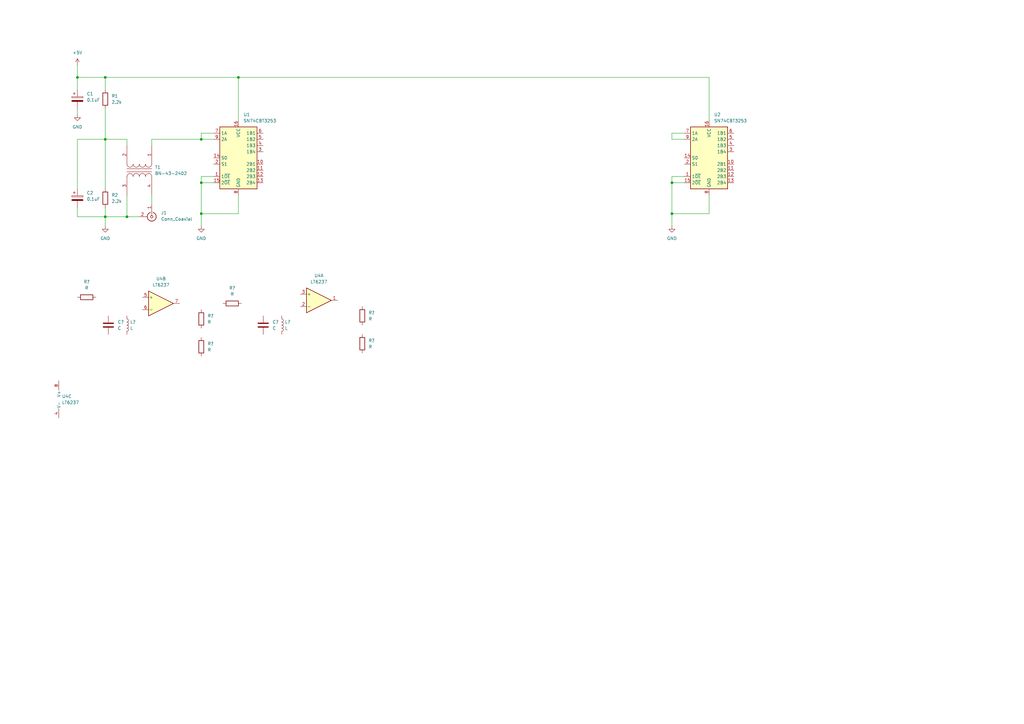
<source format=kicad_sch>
(kicad_sch (version 20211123) (generator eeschema)
  (paper "A3")
  (lib_symbols
    (symbol "Amplifier_Operational:LT6237" (pin_names (offset 0.127))
      (property "Reference" "U" (at 0 5.08 0))
      (property "Value" "LT6237" (at 0 -5.08 0))
      (symbol "LT6237_1_1"
        (polyline (pts (xy -5.08 5.08) (xy 5.08 0) (xy -5.08 -5.08) (xy -5.08 5.08)) (stroke (width 0.254)) (fill (type background)))
        (pin output line (at 7.62 0 180) (length 2.54) (name "~") (number "1"))
        (pin input line (at -7.62 -2.54 0) (length 2.54) (name "-") (number "2"))
        (pin input line (at -7.62 2.54 0) (length 2.54) (name "+") (number "3"))
      )
      (symbol "LT6237_2_1"
        (polyline (pts (xy -5.08 5.08) (xy 5.08 0) (xy -5.08 -5.08) (xy -5.08 5.08)) (stroke (width 0.254)) (fill (type background)))
        (pin input line (at -7.62 2.54 0) (length 2.54) (name "+") (number "5"))
        (pin input line (at -7.62 -2.54 0) (length 2.54) (name "-") (number "6"))
        (pin output line (at 7.62 0 180) (length 2.54) (name "~") (number "7"))
      )
      (symbol "LT6237_3_1"
        (pin power_in line (at -2.54 -7.62 90) (length 3.81) (name "V-") (number "4"))
        (pin power_in line (at -2.54 7.62 270) (length 3.81) (name "V+") (number "8"))
      )
    )
    (symbol "Analog_Switch:SN74CBT3253"
      (property "Reference" "U" (at -7.62 13.97 0))
      (property "Value" "SN74CBT3253" (at -11.43 -13.97 0))
      (symbol "SN74CBT3253_0_1"
        (rectangle (start -7.62 12.7) (end 7.62 -12.7) (stroke (width 0.254)) (fill (type background)))
        (rectangle (start 7.62 -12.7) (end 7.62 -12.7))
      )
      (symbol "SN74CBT3253_1_1"
        (pin input line (at -10.16 -7.62 0) (length 2.54) (name "1~{OE}") (number "1"))
        (pin bidirectional line (at 10.16 -2.54 180) (length 2.54) (name "2B1") (number "10"))
        (pin bidirectional line (at 10.16 -5.08 180) (length 2.54) (name "2B2") (number "11"))
        (pin bidirectional line (at 10.16 -7.62 180) (length 2.54) (name "2B3") (number "12"))
        (pin bidirectional line (at 10.16 -10.16 180) (length 2.54) (name "2B4") (number "13"))
        (pin input line (at -10.16 0 0) (length 2.54) (name "S0") (number "14"))
        (pin input line (at -10.16 -10.16 0) (length 2.54) (name "2~{OE}") (number "15"))
        (pin power_in line (at 0 15.24 270) (length 2.54) (name "VCC") (number "16"))
        (pin input line (at -10.16 -2.54 0) (length 2.54) (name "S1") (number "2"))
        (pin bidirectional line (at 10.16 2.54 180) (length 2.54) (name "1B4") (number "3"))
        (pin bidirectional line (at 10.16 5.08 180) (length 2.54) (name "1B3") (number "4"))
        (pin bidirectional line (at 10.16 7.62 180) (length 2.54) (name "1B2") (number "5"))
        (pin bidirectional line (at 10.16 10.16 180) (length 2.54) (name "1B1") (number "6"))
        (pin bidirectional line (at -10.16 10.16 0) (length 2.54) (name "1A") (number "7"))
        (pin power_in line (at 0 -15.24 90) (length 2.54) (name "GND") (number "8"))
        (pin bidirectional line (at -10.16 7.62 0) (length 2.54) (name "2A") (number "9"))
      )
    )
    (symbol "Connector:Conn_Coaxial" (pin_names (offset 1.016) hide)
      (property "Reference" "J" (at 0.254 3.048 0))
      (property "Value" "Conn_Coaxial" (at 2.921 0 90))
      (symbol "Conn_Coaxial_0_1"
        (arc (start -1.778 -0.508) (mid 0.2311 -1.8066) (end 1.778 0) (stroke (width 0.254)))
        (polyline (pts (xy -2.54 0) (xy -0.508 0)))
        (polyline (pts (xy 0 -2.54) (xy 0 -1.778)))
        (circle (center 0 0) (radius 0.508) (stroke (width 0.2032)))
        (arc (start 1.778 0) (mid 0.2099 1.8101) (end -1.778 0.508) (stroke (width 0.254)))
      )
      (symbol "Conn_Coaxial_1_1"
        (pin passive line (at -5.08 0 0) (length 2.54) (name "In") (number "1"))
        (pin passive line (at 0 -5.08 90) (length 2.54) (name "Ext") (number "2"))
      )
    )
    (symbol "Device:C" (pin_numbers hide) (pin_names (offset 0.254))
      (property "Reference" "C" (at 0.635 2.54 0))
      (property "Value" "C" (at 0.635 -2.54 0))
      (symbol "C_0_1"
        (polyline (pts (xy -2.032 -0.762) (xy 2.032 -0.762)) (stroke (width 0.508)))
        (polyline (pts (xy -2.032 0.762) (xy 2.032 0.762)) (stroke (width 0.508)))
      )
      (symbol "C_1_1"
        (pin passive line (at 0 3.81 270) (length 2.794) (name "~") (number "1"))
        (pin passive line (at 0 -3.81 90) (length 2.794) (name "~") (number "2"))
      )
    )
    (symbol "Device:C_Polarized" (pin_numbers hide) (pin_names (offset 0.254))
      (property "Reference" "C" (at 0.635 2.54 0))
      (property "Value" "C_Polarized" (at 0.635 -2.54 0))
      (symbol "C_Polarized_0_1"
        (rectangle (start -2.286 0.508) (end 2.286 1.016))
        (polyline (pts (xy -1.778 2.286) (xy -0.762 2.286)))
        (polyline (pts (xy -1.27 2.794) (xy -1.27 1.778)))
        (rectangle (start 2.286 -0.508) (end -2.286 -1.016) (fill (type outline)))
      )
      (symbol "C_Polarized_1_1"
        (pin passive line (at 0 3.81 270) (length 2.794) (name "~") (number "1"))
        (pin passive line (at 0 -3.81 90) (length 2.794) (name "~") (number "2"))
      )
    )
    (symbol "Device:L" (pin_numbers hide) (pin_names (offset 1.016) hide)
      (property "Reference" "L" (at -1.27 0 90))
      (property "Value" "L" (at 1.905 0 90))
      (symbol "L_0_1"
        (arc (start 0 -2.54) (mid 0.635 -1.905) (end 0 -1.27))
        (arc (start 0 -1.27) (mid 0.635 -0.635) (end 0 0))
        (arc (start 0 0) (mid 0.635 0.635) (end 0 1.27))
        (arc (start 0 1.27) (mid 0.635 1.905) (end 0 2.54))
      )
      (symbol "L_1_1"
        (pin passive line (at 0 3.81 270) (length 1.27) (name "1") (number "1"))
        (pin passive line (at 0 -3.81 90) (length 1.27) (name "2") (number "2"))
      )
    )
    (symbol "Device:R" (pin_numbers hide) (pin_names (offset 0))
      (property "Reference" "R" (at 2.032 0 90))
      (property "Value" "R" (at 0 0 90))
      (symbol "R_0_1"
        (rectangle (start -1.016 -2.54) (end 1.016 2.54) (stroke (width 0.254)))
      )
      (symbol "R_1_1"
        (pin passive line (at 0 3.81 270) (length 1.27) (name "~") (number "1"))
        (pin passive line (at 0 -3.81 90) (length 1.27) (name "~") (number "2"))
      )
    )
    (symbol "Device:Transformer_1P_1S" (pin_names (offset 1.016) hide)
      (property "Reference" "T" (at 0 6.35 0))
      (property "Value" "Transformer_1P_1S" (at 0 -7.62 0))
      (symbol "Transformer_1P_1S_0_1"
        (arc (start -2.54 -5.0546) (mid -1.6599 -4.6901) (end -1.27 -3.81))
        (arc (start -2.54 -2.5146) (mid -1.6599 -2.1501) (end -1.27 -1.27))
        (arc (start -2.54 0.0254) (mid -1.6599 0.3899) (end -1.27 1.27))
        (arc (start -2.54 2.5654) (mid -1.6599 2.9299) (end -1.27 3.81))
        (arc (start -1.27 -3.81) (mid -1.642 -2.912) (end -2.54 -2.54))
        (arc (start -1.27 -1.27) (mid -1.642 -0.372) (end -2.54 0))
        (arc (start -1.27 1.27) (mid -1.642 2.168) (end -2.54 2.54))
        (arc (start -1.27 3.81) (mid -1.642 4.708) (end -2.54 5.08))
        (polyline (pts (xy -0.635 5.08) (xy -0.635 -5.08)))
        (polyline (pts (xy 0.635 -5.08) (xy 0.635 5.08)))
        (arc (start 1.2954 -1.27) (mid 1.6599 -2.1501) (end 2.54 -2.5146))
        (arc (start 1.2954 1.27) (mid 1.6599 0.3899) (end 2.54 0.0254))
        (arc (start 1.2954 3.81) (mid 1.6599 2.9299) (end 2.54 2.5654))
        (arc (start 1.3208 -3.81) (mid 1.6853 -4.6901) (end 2.5654 -5.0546))
        (arc (start 2.54 0) (mid 1.642 -0.372) (end 1.2954 -1.27))
        (arc (start 2.54 2.54) (mid 1.642 2.168) (end 1.2954 1.27))
        (arc (start 2.54 5.08) (mid 1.642 4.708) (end 1.2954 3.81))
        (arc (start 2.5654 -2.54) (mid 1.6674 -2.912) (end 1.3208 -3.81))
      )
      (symbol "Transformer_1P_1S_1_1"
        (pin passive line (at -10.16 5.08 0) (length 7.62) (name "AA") (number "1"))
        (pin passive line (at -10.16 -5.08 0) (length 7.62) (name "AB") (number "2"))
        (pin passive line (at 10.16 -5.08 180) (length 7.62) (name "SA") (number "3"))
        (pin passive line (at 10.16 5.08 180) (length 7.62) (name "SB") (number "4"))
      )
    )
    (symbol "power:+5V" (power) (pin_names (offset 0))
      (property "Value" "+5V" (at 0 3.556 0))
      (symbol "+5V_0_1"
        (polyline (pts (xy -0.762 1.27) (xy 0 2.54)))
        (polyline (pts (xy 0 0) (xy 0 2.54)))
        (polyline (pts (xy 0 2.54) (xy 0.762 1.27)))
      )
      (symbol "+5V_1_1"
        (pin power_in line (at 0 0 90) (length 0) hide (name "+5V") (number "1"))
      )
    )
    (symbol "power:GND" (power) (pin_names (offset 0))
      (property "Value" "GND" (at 0 -3.81 0))
      (symbol "GND_0_1"
        (polyline (pts (xy 0 0) (xy 0 -1.27) (xy 1.27 -1.27) (xy 0 -2.54) (xy -1.27 -1.27) (xy 0 -1.27)))
      )
      (symbol "GND_1_1"
        (pin power_in line (at 0 0 270) (length 0) hide (name "GND") (number "1"))
      )
    )
  )
  (junction (at 43.18 88.9))
  (junction (at 275.59 87.63))
  (junction (at 43.18 57.15))
  (junction (at 275.59 74.93))
  (junction (at 97.79 31.75))
  (junction (at 43.18 31.75))
  (junction (at 82.55 87.63))
  (junction (at 82.55 57.15))
  (junction (at 52.07 88.9))
  (junction (at 82.55 74.93))
  (junction (at 31.75 31.75))
  (wire (pts (xy 82.55 87.63) (xy 82.55 92.71)))
  (wire (pts (xy 82.55 54.61) (xy 82.55 57.15)))
  (wire (pts (xy 97.79 31.75) (xy 43.18 31.75)))
  (wire (pts (xy 280.67 54.61) (xy 275.59 54.61)))
  (wire (pts (xy 275.59 87.63) (xy 275.59 92.71)))
  (wire (pts (xy 62.23 57.15) (xy 82.55 57.15)))
  (wire (pts (xy 43.18 85.09) (xy 43.18 88.9)))
  (wire (pts (xy 275.59 74.93) (xy 280.67 74.93)))
  (wire (pts (xy 43.18 44.45) (xy 43.18 57.15)))
  (wire (pts (xy 275.59 54.61) (xy 275.59 57.15)))
  (wire (pts (xy 31.75 36.83) (xy 31.75 31.75)))
  (wire (pts (xy 31.75 26.67) (xy 31.75 31.75)))
  (wire (pts (xy 82.55 74.93) (xy 87.63 74.93)))
  (wire (pts (xy 290.83 49.53) (xy 290.83 31.75)))
  (wire (pts (xy 52.07 57.15) (xy 43.18 57.15)))
  (wire (pts (xy 82.55 72.39) (xy 82.55 74.93)))
  (wire (pts (xy 82.55 74.93) (xy 82.55 87.63)))
  (wire (pts (xy 290.83 80.01) (xy 290.83 87.63)))
  (wire (pts (xy 290.83 87.63) (xy 275.59 87.63)))
  (wire (pts (xy 275.59 74.93) (xy 275.59 87.63)))
  (wire (pts (xy 52.07 88.9) (xy 57.15 88.9)))
  (wire (pts (xy 31.75 57.15) (xy 43.18 57.15)))
  (wire (pts (xy 87.63 72.39) (xy 82.55 72.39)))
  (wire (pts (xy 52.07 88.9) (xy 52.07 80.01)))
  (wire (pts (xy 31.75 77.47) (xy 31.75 57.15)))
  (wire (pts (xy 31.75 31.75) (xy 43.18 31.75)))
  (wire (pts (xy 97.79 49.53) (xy 97.79 31.75)))
  (wire (pts (xy 43.18 88.9) (xy 31.75 88.9)))
  (wire (pts (xy 43.18 88.9) (xy 52.07 88.9)))
  (wire (pts (xy 52.07 59.69) (xy 52.07 57.15)))
  (wire (pts (xy 43.18 57.15) (xy 43.18 77.47)))
  (wire (pts (xy 43.18 31.75) (xy 43.18 36.83)))
  (wire (pts (xy 275.59 57.15) (xy 280.67 57.15)))
  (wire (pts (xy 97.79 87.63) (xy 82.55 87.63)))
  (wire (pts (xy 31.75 44.45) (xy 31.75 46.99)))
  (wire (pts (xy 82.55 57.15) (xy 87.63 57.15)))
  (wire (pts (xy 62.23 80.01) (xy 62.23 83.82)))
  (wire (pts (xy 275.59 72.39) (xy 275.59 74.93)))
  (wire (pts (xy 62.23 59.69) (xy 62.23 57.15)))
  (wire (pts (xy 280.67 72.39) (xy 275.59 72.39)))
  (wire (pts (xy 43.18 88.9) (xy 43.18 92.71)))
  (wire (pts (xy 87.63 54.61) (xy 82.55 54.61)))
  (wire (pts (xy 97.79 80.01) (xy 97.79 87.63)))
  (wire (pts (xy 97.79 31.75) (xy 290.83 31.75)))
  (wire (pts (xy 31.75 88.9) (xy 31.75 85.09)))
  (symbol (lib_id "Device:R") (at 148.59 129.54 0) (unit 1)
    (property "Reference" "R?" (at 151.13 128.2699 0) (effects (justify left)))
    (property "Value" "R" (at 151.13 130.8099 0) (effects (justify left)))
  )
  (symbol (lib_id "Device:R") (at 82.55 142.24 0) (unit 1)
    (property "Reference" "R?" (at 85.09 140.9699 0) (effects (justify left)))
    (property "Value" "R" (at 85.09 143.5099 0) (effects (justify left)))
  )
  (symbol (lib_id "Device:C") (at 44.45 133.35 0) (unit 1)
    (property "Reference" "C?" (at 48.26 132.0799 0) (effects (justify left)))
    (property "Value" "C" (at 48.26 134.6199 0) (effects (justify left)))
  )
  (symbol (lib_id "Connector:Conn_Coaxial") (at 62.23 88.9 270) (unit 1)
    (property "Reference" "J1" (at 66.04 87.3124 90) (effects (justify left)))
    (property "Value" "Conn_Coaxial" (at 66.04 89.8524 90) (effects (justify left)))
    (property "Datasheet" " ~" (effects hide))
  )
  (symbol (lib_id "Device:R") (at 43.18 40.64 0) (unit 1)
    (property "Reference" "R1" (at 45.72 39.3699 0) (effects (justify left)))
    (property "Value" "2.2k" (at 45.72 41.9099 0) (effects (justify left)))
  )
  (symbol (lib_id "Device:C") (at 107.95 133.35 0) (unit 1)
    (property "Reference" "C?" (at 111.76 132.0799 0) (effects (justify left)))
    (property "Value" "C" (at 111.76 134.6199 0) (effects (justify left)))
  )
  (symbol (lib_id "Analog_Switch:SN74CBT3253") (at 97.79 64.77 0) (unit 1)
    (property "Reference" "U1" (at 99.8094 46.99 0) (effects (justify left)))
    (property "Value" "SN74CBT3253" (at 99.8094 49.53 0) (effects (justify left)))
    (property "Datasheet" "http://www.ti.com/lit/gpn/sn74cbt3253" (effects hide))
  )
  (symbol (lib_id "power:GND") (at 82.55 92.71 0) (unit 1)
    (property "Reference" "#PWR0104" (effects hide))
    (property "Value" "GND" (at 82.55 97.79 0))
  )
  (symbol (lib_id "Device:R") (at 35.56 121.92 90) (unit 1)
    (property "Reference" "R?" (at 35.56 115.57 90))
    (property "Value" "R" (at 35.56 118.11 90))
  )
  (symbol (lib_id "Device:C_Polarized") (at 31.75 81.28 0) (unit 1)
    (property "Reference" "C2" (at 35.56 79.1209 0) (effects (justify left)))
    (property "Value" "0.1uF" (at 35.56 81.6609 0) (effects (justify left)))
  )
  (symbol (lib_id "Device:R") (at 82.55 130.81 0) (unit 1)
    (property "Reference" "R?" (at 85.09 129.5399 0) (effects (justify left)))
    (property "Value" "R" (at 85.09 132.0799 0) (effects (justify left)))
  )
  (symbol (lib_id "Device:R") (at 95.25 124.46 90) (unit 1)
    (property "Reference" "R?" (at 95.25 118.11 90))
    (property "Value" "R" (at 95.25 120.65 90))
  )
  (symbol (lib_id "Device:L") (at 115.57 133.35 0) (unit 1)
    (property "Reference" "L?" (at 116.84 132.0799 0) (effects (justify left)))
    (property "Value" "L" (at 116.84 134.6199 0) (effects (justify left)))
  )
  (symbol (lib_id "Device:L") (at 52.07 133.35 0) (unit 1)
    (property "Reference" "L?" (at 53.34 132.0799 0) (effects (justify left)))
    (property "Value" "L" (at 53.34 134.6199 0) (effects (justify left)))
  )
  (symbol (lib_id "Amplifier_Operational:LT6237") (at 26.67 163.83 0) (unit 3)
    (property "Reference" "U4" (at 25.4 162.5599 0) (effects (justify left)))
    (property "Value" "LT6237" (at 25.4 165.0999 0) (effects (justify left)))
    (property "Footprint" "Package_SO:SOIC-8_3.9x4.9mm_P1.27mm" (effects hide))
    (property "Datasheet" "https://www.analog.com/media/en/technical-documentation/data-sheets/623637fb.pdf" (effects hide))
  )
  (symbol (lib_id "Amplifier_Operational:LT6237") (at 130.81 123.19 0) (unit 1)
    (property "Reference" "U4" (at 130.81 113.03 0))
    (property "Value" "LT6237" (at 130.81 115.57 0))
    (property "Footprint" "Package_SO:SOIC-8_3.9x4.9mm_P1.27mm" (effects hide))
    (property "Datasheet" "https://www.analog.com/media/en/technical-documentation/data-sheets/623637fb.pdf" (effects hide))
  )
  (symbol (lib_id "power:GND") (at 275.59 92.71 0) (unit 1)
    (property "Reference" "#PWR0101" (effects hide))
    (property "Value" "GND" (at 275.59 97.79 0))
  )
  (symbol (lib_id "Device:Transformer_1P_1S") (at 57.15 69.85 270) (unit 1)
    (property "Reference" "T1" (at 63.5 68.5926 90) (effects (justify left)))
    (property "Value" "BN-43-2402" (at 63.5 71.1326 90) (effects (justify left)))
  )
  (symbol (lib_id "power:+5V") (at 31.75 26.67 0) (unit 1)
    (property "Reference" "#PWR0103" (effects hide))
    (property "Value" "+5V" (at 31.75 21.59 0))
  )
  (symbol (lib_id "Device:C_Polarized") (at 31.75 40.64 0) (unit 1)
    (property "Reference" "C1" (at 35.56 38.4809 0) (effects (justify left)))
    (property "Value" "0.1uF" (at 35.56 41.0209 0) (effects (justify left)))
  )
  (symbol (lib_id "Amplifier_Operational:LT6237") (at 66.04 124.46 0) (unit 2)
    (property "Reference" "U4" (at 66.04 114.3 0))
    (property "Value" "LT6237" (at 66.04 116.84 0))
    (property "Footprint" "Package_SO:SOIC-8_3.9x4.9mm_P1.27mm" (effects hide))
    (property "Datasheet" "https://www.analog.com/media/en/technical-documentation/data-sheets/623637fb.pdf" (effects hide))
  )
  (symbol (lib_id "Analog_Switch:SN74CBT3253") (at 290.83 64.77 0) (unit 1)
    (property "Reference" "U2" (at 292.8494 46.99 0) (effects (justify left)))
    (property "Value" "SN74CBT3253" (at 292.8494 49.53 0) (effects (justify left)))
    (property "Datasheet" "http://www.ti.com/lit/gpn/sn74cbt3253" (effects hide))
  )
  (symbol (lib_id "power:GND") (at 31.75 46.99 0) (unit 1)
    (property "Reference" "#PWR0105" (effects hide))
    (property "Value" "GND" (at 31.75 52.07 0))
  )
  (symbol (lib_id "Device:R") (at 148.59 140.97 0) (unit 1)
    (property "Reference" "R?" (at 151.13 139.6999 0) (effects (justify left)))
    (property "Value" "R" (at 151.13 142.2399 0) (effects (justify left)))
  )
  (symbol (lib_id "power:GND") (at 43.18 92.71 0) (unit 1)
    (property "Reference" "#PWR0102" (effects hide))
    (property "Value" "GND" (at 43.18 97.79 0))
  )
  (symbol (lib_id "Device:R") (at 43.18 81.28 0) (unit 1)
    (property "Reference" "R2" (at 45.72 80.0099 0) (effects (justify left)))
    (property "Value" "2.2k" (at 45.72 82.5499 0) (effects (justify left)))
  )
)
</source>
